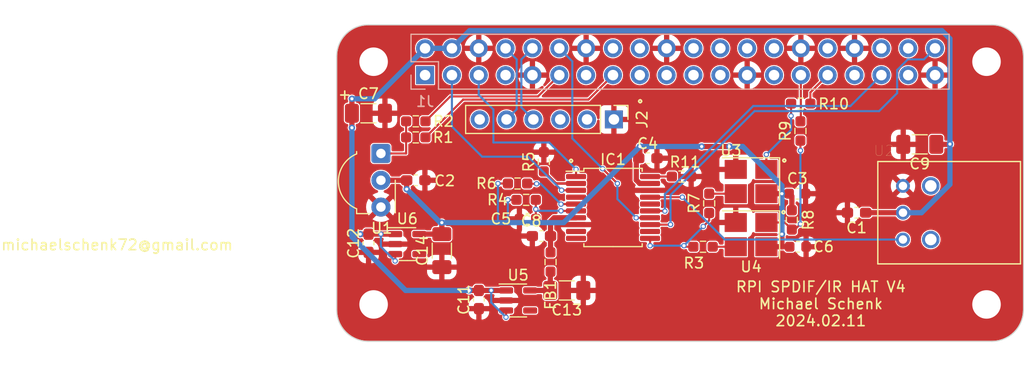
<source format=kicad_pcb>
(kicad_pcb (version 20221018) (generator pcbnew)
  (title_block (date "15 nov 2012"))
  (layers (0 "F.Cu" signal) (31 "B.Cu" signal) (34 "B.Paste" user) (35 "F.Paste" user) (36 "B.SilkS" user "B.Silkscreen") (37 "F.SilkS" user "F.Silkscreen") (38 "B.Mask" user) (39 "F.Mask" user) (44 "Edge.Cuts" user))
  (net 0 "")
  (net 1 "GND")
  (net 2 "/GPIO2{slash}SDA1")
  (net 3 "/GPIO3{slash}SCL1")
  (net 4 "/GPIO4{slash}GPCLK0")
  (net 5 "/GPIO14{slash}TXD0")
  (net 6 "/GPIO15{slash}RXD0")
  (net 7 "/GPIO17")
  (net 8 "/GPIO18{slash}PCM.CLK")
  (net 9 "/GPIO27")
  (net 10 "/GPIO22")
  (net 11 "/GPIO23")
  (net 12 "/GPIO26")
  (net 13 "/GPIO24")
  (net 14 "/GPIO10{slash}SPI0.MOSI")
  (net 15 "/GPIO9{slash}SPI0.MISO")
  (net 16 "/GPIO25")
  (net 17 "/GPIO11{slash}SPI0.SCLK")
  (net 18 "/GPIO8{slash}SPI0.CE0")
  (net 19 "/GPIO7{slash}SPI0.CE1")
  (net 20 "/ID_SDA")
  (net 21 "/ID_SCL")
  (net 22 "/GPIO5")
  (net 23 "/GPIO6")
  (net 24 "/GPIO12{slash}PWM0")
  (net 25 "/GPIO13{slash}PWM1")
  (net 26 "/GPIO19{slash}PCM.FS")
  (net 27 "/GPIO16")
  (net 28 "/GPIO20{slash}PCM.DIN")
  (net 29 "/GPIO21{slash}PCM.DOUT")
  (net 30 "+5V")
  (net 31 "+3V3")
  (net 32 "Net-(IC1-XIN)")
  (net 33 "unconnected-(IC1-XOP-Pad10)")
  (net 35 "Net-(IC1-GPO0{slash}SWIFMODE)")
  (net 36 "Net-(IC1-CSB{slash}GPO1)")
  (net 37 "Net-(IC1-RESETB)")
  (net 38 "Net-(IC1-TX0)")
  (net 42 "Net-(IC1-RX0)")
  (net 43 "Net-(U1-OUT)")
  (net 44 "Net-(IC1-PVDD)")
  (net 48 "Net-(U4-CLK)")
  (net 49 "Net-(U3-CLK)")
  (net 50 "Net-(U4-INH)")
  (net 51 "Net-(U3-INH)")
  (net 52 "+3.3VP")
  (net 53 "+3.3VA")
  (footprint "Capacitor_SMD:C_0603_1608Metric_Pad1.08x0.95mm_HandSolder" (layer "F.Cu") (at 149.2009 87.808 180)
    (fp_text reference "C1" (at 0 -1.43) (layer "F.SilkS"))
    (fp_text value "100nF/50V")
    (pad "1" smd roundrect (at -0.8625 0 180) (size 1.075 0.95) (layers "F.Cu" "F.Paste" "F.Mask") (net 30 "+5V"))
    (pad "2" smd roundrect (at 0.8625 0 180) (size 1.075 0.95) (layers "F.Cu" "F.Paste" "F.Mask") (net 1 "GND"))
  )
  (footprint "Capacitor_SMD:C_1206_3216Metric_Pad1.33x1.80mm_HandSolder" (layer "F.Cu") (at 109.9568 91.4025 90)
    (fp_text reference "C14" (at 0 -1.85 90) (layer "F.SilkS"))
    (fp_text value "10uF/25V")
    (pad "1" smd roundrect (at -1.5625 0 90) (size 1.325 1.8) (layers "F.Cu" "F.Paste" "F.Mask") (roundrect_rratio 0.188679) (net 1 "GND"))
    (pad "2" smd roundrect (at 1.5625 0 90) (size 1.325 1.8) (layers "F.Cu" "F.Paste" "F.Mask") (roundrect_rratio 0.188679) (net 31 "+3V3"))
  )
  (footprint "MountingHole:MountingHole_2.7mm_M2.5" (layer "F.Cu") (at 161.5 73.5)
    (fp_text reference "MH2" hide)
    (fp_text value "MountingHole_2.7mm_M2.5" hide)
    (pad "" np_thru_hole circle locked (at 0 0) (size 2.7 2.7) (drill 2.7) (layers "*.Cu" "*.Mask"))
  )
  (footprint "Capacitor_SMD:C_1206_3216Metric_Pad1.33x1.80mm_HandSolder" (layer "F.Cu") (at 103.0103 78.3846)
    (fp_text reference "C7" (at 0 -1.85) (layer "F.SilkS"))
    (fp_text value "47uF/6.3V")
    (pad "1" smd roundrect (at -1.5625 0) (size 1.325 1.8) (layers "F.Cu" "F.Paste" "F.Mask") (roundrect_rratio 0.188679) (net 30 "+5V"))
    (pad "2" smd roundrect (at 1.5625 0) (size 1.325 1.8) (layers "F.Cu" "F.Paste" "F.Mask") (roundrect_rratio 0.188679) (net 1 "GND"))
  )
  (footprint "Resistor_SMD:R_0603_1608Metric_Pad0.98x0.95mm_HandSolder" (layer "F.Cu") (at 107.4911 79.1466)
    (fp_text reference "R2" (at 2.6181 0) (layer "F.SilkS"))
    (fp_text value "0R")
    (pad "1" smd roundrect (at -0.9125 0) (size 0.975 0.95) (layers "F.Cu" "F.Paste" "F.Mask") (net 43 "Net-(U1-OUT)"))
    (pad "2" smd roundrect (at 0.9125 0) (size 0.975 0.95) (layers "F.Cu" "F.Paste" "F.Mask") (net 7 "/GPIO17"))
  )
  (footprint "Resistor_SMD:R_0603_1608Metric_Pad0.98x0.95mm_HandSolder" (layer "F.Cu") (at 117.1215 85.0394 180)
    (fp_text reference "R6" (at 2.9483 0) (layer "F.SilkS"))
    (fp_text value "10k")
    (pad "1" smd roundrect (at -0.9125 0 180) (size 0.975 0.95) (layers "F.Cu" "F.Paste" "F.Mask") (net 36 "Net-(IC1-CSB{slash}GPO1)"))
    (pad "2" smd roundrect (at 0.9125 0 180) (size 0.975 0.95) (layers "F.Cu" "F.Paste" "F.Mask") (net 31 "+3V3"))
  )
  (footprint "OptoDevice:Vishay_MOLD-3Pin" (layer "F.Cu") (at 104.191 82.1946 -90)
    (fp_text reference "U1" (at 7.0866 -0.0762 -180) (layer "F.SilkS"))
    (fp_text value "TSOP32538")
    (pad "1" thru_hole roundrect (at 0 0 270) (size 1.8 1.8) (drill 0.9) (layers "*.Cu" "*.Mask") (roundrect_rratio 0.138) (net 43 "Net-(U1-OUT)"))
    (pad "2" thru_hole circle (at 2.54 0 270) (size 1.8 1.8) (drill 0.9) (layers "*.Cu" "*.Mask") (net 31 "+3V3"))
    (pad "3" thru_hole circle (at 5.08 0 270) (size 1.8 1.8) (drill 0.9) (layers "*.Cu" "*.Mask") (net 1 "GND"))
  )
  (footprint "kicad-snk:PLR135-T10_PLT133-T10W" (layer "F.Cu") (at 156.224 87.808 -90)
    (fp_text reference "U2" (at -5.8674 4.4222) (layer "F.SilkS") (effects (font (size 1.001236 1.001236) (thickness 0.015))))
    (fp_text value "PLT237/T10WH")
    (pad "1" thru_hole circle (at 2.54 2.63 270) (size 1.308 1.308) (drill 0.8) (layers "*.Cu" "*.Mask") (net 38 "Net-(IC1-TX0)"))
    (pad "2" thru_hole circle (at 0 2.63 270) (size 1.308 1.308) (drill 0.8) (layers "*.Cu" "*.Mask") (net 30 "+5V"))
    (pad "3" thru_hole circle (at -2.54 2.63 270) (size 1.308 1.308) (drill 0.8) (layers "*.Cu" "*.Mask") (net 1 "GND"))
    (pad "NC1" thru_hole circle (at 2.54 0 270) (size 1.65 1.65) (drill 1.1) (layers "*.Cu" "*.Mask"))
    (pad "NC2" thru_hole circle (at -2.54 0 270) (size 1.65 1.65) (drill 1.1) (layers "*.Cu" "*.Mask"))
  )
  (footprint "Capacitor_SMD:C_0603_1608Metric_Pad1.08x0.95mm_HandSolder" (layer "F.Cu") (at 103.0226 90.7025 90)
    (fp_text reference "C12" (at 0 -1.43 90) (layer "F.SilkS"))
    (fp_text value "1uF/25V")
    (pad "1" smd roundrect (at -0.8625 0 90) (size 1.075 0.95) (layers "F.Cu" "F.Paste" "F.Mask") (net 1 "GND"))
    (pad "2" smd roundrect (at 0.8625 0 90) (size 1.075 0.95) (layers "F.Cu" "F.Paste" "F.Mask") (net 30 "+5V"))
  )
  (footprint "Resistor_SMD:R_0603_1608Metric_Pad0.98x0.95mm_HandSolder" (layer "F.Cu") (at 132.6371 84.379)
    (fp_text reference "R11" (at 0.3321 -1.3716) (layer "F.SilkS"))
    (fp_text value "10k")
    (pad "1" smd roundrect (at -0.9125 0) (size 0.975 0.95) (layers "F.Cu" "F.Paste" "F.Mask") (net 42 "Net-(IC1-RX0)"))
    (pad "2" smd roundrect (at 0.9125 0) (size 0.975 0.95) (layers "F.Cu" "F.Paste" "F.Mask") (net 1 "GND"))
  )
  (footprint "Resistor_SMD:R_0603_1608Metric_Pad0.98x0.95mm_HandSolder" (layer "F.Cu") (at 119.6088 82.9839 90)
    (fp_text reference "R5" (at 0 -1.43 90) (layer "F.SilkS"))
    (fp_text value "10k")
    (pad "1" smd roundrect (at -0.9125 0 90) (size 0.975 0.95) (layers "F.Cu" "F.Paste" "F.Mask") (net 35 "Net-(IC1-GPO0{slash}SWIFMODE)"))
    (pad "2" smd roundrect (at 0.9125 0 90) (size 0.975 0.95) (layers "F.Cu" "F.Paste" "F.Mask") (net 1 "GND"))
  )
  (footprint "Resistor_SMD:R_0603_1608Metric_Pad0.98x0.95mm_HandSolder" (layer "F.Cu") (at 143.8912 80.0629 90)
    (fp_text reference "R9" (at 0 -1.43 90) (layer "F.SilkS"))
    (fp_text value "0R")
    (pad "1" smd roundrect (at -0.9125 0 90) (size 0.975 0.95) (layers "F.Cu" "F.Paste" "F.Mask") (net 50 "Net-(U4-INH)"))
    (pad "2" smd roundrect (at 0.9125 0 90) (size 0.975 0.95) (layers "F.Cu" "F.Paste" "F.Mask") (net 22 "/GPIO5"))
  )
  (footprint "Connector_PinHeader_2.54mm:PinHeader_1x06_P2.54mm_Vertical" (layer "F.Cu") (at 126.2382 78.9688 -90)
    (fp_text reference "J2" (at 0 -2.667 90) (layer "F.SilkS"))
    (fp_text value "TTL-232R-3V3")
    (pad "1" thru_hole rect (at 0 0 270) (size 1.7 1.7) (drill 1) (layers "*.Cu" "*.Mask") (net 1 "GND"))
    (pad "2" thru_hole oval (at 0 2.54 270) (size 1.7 1.7) (drill 1) (layers "*.Cu" "*.Mask"))
    (pad "3" thru_hole oval (at 0 5.08 270) (size 1.7 1.7) (drill 1) (layers "*.Cu" "*.Mask"))
    (pad "4" thru_hole oval (at 0 7.62 270) (size 1.7 1.7) (drill 1) (layers "*.Cu" "*.Mask") (net 6 "/GPIO15{slash}RXD0"))
    (pad "5" thru_hole oval (at 0 10.16 270) (size 1.7 1.7) (drill 1) (layers "*.Cu" "*.Mask") (net 5 "/GPIO14{slash}TXD0"))
    (pad "6" thru_hole oval (at 0 12.7 270) (size 1.7 1.7) (drill 1) (layers "*.Cu" "*.Mask"))
  )
  (footprint "Resistor_SMD:R_0603_1608Metric_Pad0.98x0.95mm_HandSolder" (layer "F.Cu") (at 117.9343 86.5888 180)
    (fp_text reference "R4" (at 2.7197 0) (layer "F.SilkS"))
    (fp_text value "10k")
    (pad "1" smd roundrect (at -0.9125 0 180) (size 0.975 0.95) (layers "F.Cu" "F.Paste" "F.Mask") (net 37 "Net-(IC1-RESETB)"))
    (pad "2" smd roundrect (at 0.9125 0 180) (size 0.975 0.95) (layers "F.Cu" "F.Paste" "F.Mask") (net 31 "+3V3"))
  )
  (footprint "Resistor_SMD:R_0603_1608Metric_Pad0.98x0.95mm_HandSolder" (layer "F.Cu") (at 143.9185 77.4702)
    (fp_text reference "R10" (at 3.1223 0.0254) (layer "F.SilkS"))
    (fp_text value "0R")
    (pad "1" smd roundrect (at -0.9125 0) (size 0.975 0.95) (layers "F.Cu" "F.Paste" "F.Mask") (net 51 "Net-(U3-INH)"))
    (pad "2" smd roundrect (at 0.9125 0) (size 0.975 0.95) (layers "F.Cu" "F.Paste" "F.Mask") (net 23 "/GPIO6"))
  )
  (footprint "MountingHole:MountingHole_2.7mm_M2.5" (layer "F.Cu") (at 103.5 96.5)
    (fp_text reference "MH3" hide)
    (fp_text value "MountingHole_2.7mm_M2.5" hide)
    (pad "" np_thru_hole circle locked (at 0 0) (size 2.7 2.7) (drill 2.7) (layers "*.Cu" "*.Mask"))
  )
  (footprint "Capacitor_SMD:C_0603_1608Metric_Pad1.08x0.95mm_HandSolder" (layer "F.Cu") (at 113.462 96.0365 90)
    (fp_text reference "C11" (at 0 -1.43 90) (layer "F.SilkS"))
    (fp_text value "1uF/25V")
    (pad "1" smd roundrect (at -0.8625 0 90) (size 1.075 0.95) (layers "F.Cu" "F.Paste" "F.Mask") (net 1 "GND"))
    (pad "2" smd roundrect (at 0.8625 0 90) (size 1.075 0.95) (layers "F.Cu" "F.Paste" "F.Mask") (net 30 "+5V"))
  )
  (footprint "MountingHole:MountingHole_2.7mm_M2.5" (layer "F.Cu") (at 103.5 73.5)
    (fp_text reference "MH1" hide)
    (fp_text value "MountingHole_2.7mm_M2.5" hide)
    (pad "" np_thru_hole circle locked (at 0 0) (size 2.7 2.7) (drill 2.7) (layers "*.Cu" "*.Mask"))
  )
  (footprint "Capacitor_SMD:C_0603_1608Metric" (layer "F.Cu") (at 143.6502 91.0338)
    (fp_text reference "C6" (at 2.4254 0) (layer "F.SilkS"))
    (fp_text value "100nF/50V")
    (pad "1" smd roundrect (at -0.775 0) (size 0.9 0.95) (layers "F.Cu" "F.Paste" "F.Mask") (net 31 "+3V3"))
    (pad "2" smd roundrect (at 0.775 0) (size 0.9 0.95) (layers "F.Cu" "F.Paste" "F.Mask") (net 1 "GND"))
  )
  (footprint "Capacitor_SMD:C_0603_1608Metric_Pad1.08x0.95mm_HandSolder" (layer "F.Cu") (at 129.4516 82.644045 180)
    (fp_text reference "C4" (at 0.013 1.389245 180) (layer "F.SilkS"))
    (fp_text value "100nF/50V")
    (pad "1" smd roundrect (at -0.8625 0 180) (size 1.075 0.95) (layers "F.Cu" "F.Paste" "F.Mask") (net 1 "GND"))
    (pad "2" smd roundrect (at 0.8625 0 180) (size 1.075 0.95) (layers "F.Cu" "F.Paste" "F.Mask") (net 31 "+3V3"))
  )
  (footprint "Resistor_SMD:R_0603_1608Metric_Pad0.98x0.95mm_HandSolder" (layer "F.Cu") (at 135.2552 86.9209 90)
    (fp_text reference "R7" (at 0 -1.43 90) (layer "F.SilkS"))
    (fp_text value "33R")
    (pad "1" smd roundrect (at -0.9125 0 90) (size 0.975 0.95) (layers "F.Cu" "F.Paste" "F.Mask") (net 32 "Net-(IC1-XIN)"))
    (pad "2" smd roundrect (at 0.9125 0 90) (size 0.975 0.95) (layers "F.Cu" "F.Paste" "F.Mask") (net 49 "Net-(U3-CLK)"))
  )
  (footprint "Package_SO:SSOP-20_5.3x7.2mm_P0.65mm" (layer "F.Cu") (at 126.1568 87.312445)
    (fp_text reference "IC1" (at 0 -4.55) (layer "F.SilkS"))
    (fp_text value "WM8804GEDS_V")
    (pad "1" smd roundrect (at -3.5 -2.925) (size 1.9 0.5) (layers "F.Cu" "F.Paste" "F.Mask") (net 3 "/GPIO3{slash}SCL1"))
    (pad "2" smd roundrect (at -3.5 -2.275) (size 1.9 0.5) (layers "F.Cu" "F.Paste" "F.Mask") (net 35 "Net-(IC1-GPO0{slash}SWIFMODE)"))
    (pad "3" smd roundrect (at -3.5 -1.625) (size 1.9 0.5) (layers "F.Cu" "F.Paste" "F.Mask") (net 2 "/GPIO2{slash}SDA1"))
    (pad "4" smd roundrect (at -3.5 -0.975) (size 1.9 0.5) (layers "F.Cu" "F.Paste" "F.Mask"))
    (pad "5" smd roundrect (at -3.5 -0.325) (size 1.9 0.5) (layers "F.Cu" "F.Paste" "F.Mask") (net 36 "Net-(IC1-CSB{slash}GPO1)"))
    (pad "6" smd roundrect (at -3.5 0.325) (size 1.9 0.5) (layers "F.Cu" "F.Paste" "F.Mask") (net 37 "Net-(IC1-RESETB)"))
    (pad "7" smd roundrect (at -3.5 0.975) (size 1.9 0.5) (layers "F.Cu" "F.Paste" "F.Mask") (net 44 "Net-(IC1-PVDD)"))
    (pad "8" smd roundrect (at -3.5 1.625) (size 1.9 0.5) (layers "F.Cu" "F.Paste" "F.Mask") (net 1 "GND"))
    (pad "9" smd roundrect (at -3.5 2.275) (size 1.9 0.5) (layers "F.Cu" "F.Paste" "F.Mask"))
    (pad "10" smd roundrect (at -3.5 2.925) (size 1.9 0.5) (layers "F.Cu" "F.Paste" "F.Mask") (net 33 "unconnected-(IC1-XOP-Pad10)"))
    (pad "11" smd roundrect (at 3.5 2.925) (size 1.9 0.5) (layers "F.Cu" "F.Paste" "F.Mask") (net 32 "Net-(IC1-XIN)"))
    (pad "12" smd roundrect (at 3.5 2.275) (size 1.9 0.5) (layers "F.Cu" "F.Paste" "F.Mask"))
    (pad "13" smd roundrect (at 3.5 1.625) (size 1.9 0.5) (layers "F.Cu" "F.Paste" "F.Mask") (net 29 "/GPIO21{slash}PCM.DOUT"))
    (pad "14" smd roundrect (at 3.5 0.975) (size 1.9 0.5) (layers "F.Cu" "F.Paste" "F.Mask") (net 8 "/GPIO18{slash}PCM.CLK"))
    (pad "15" smd roundrect (at 3.5 0.325) (size 1.9 0.5) (layers "F.Cu" "F.Paste" "F.Mask") (net 26 "/GPIO19{slash}PCM.FS"))
    (pad "16" smd roundrect (at 3.5 -0.325) (size 1.9 0.5) (layers "F.Cu" "F.Paste" "F.Mask"))
    (pad "17" smd roundrect (at 3.5 -0.975) (size 1.9 0.5) (layers "F.Cu" "F.Paste" "F.Mask") (net 38 "Net-(IC1-TX0)"))
    (pad "18" smd roundrect (at 3.5 -1.625) (size 1.9 0.5) (layers "F.Cu" "F.Paste" "F.Mask") (net 1 "GND"))
    (pad "19" smd roundrect (at 3.5 -2.275) (size 1.9 0.5) (layers "F.Cu" "F.Paste" "F.Mask") (net 31 "+3V3"))
    (pad "20" smd roundrect (at 3.5 -2.925) (size 1.9 0.5) (layers "F.Cu" "F.Paste" "F.Mask") (net 42 "Net-(IC1-RX0)"))
  )
  (footprint "Capacitor_SMD:C_0603_1608Metric_Pad1.08x0.95mm_HandSolder" (layer "F.Cu") (at 119.3813 90.0178)
    (fp_text reference "C8" (at -0.9641 -1.4224) (layer "F.SilkS"))
    (fp_text value "1uF/25V")
    (pad "1" smd roundrect (at -0.8625 0) (size 1.075 0.95) (layers "F.Cu" "F.Paste" "F.Mask") (net 1 "GND"))
    (pad "2" smd roundrect (at 0.8625 0) (size 1.075 0.95) (layers "F.Cu" "F.Paste" "F.Mask") (net 44 "Net-(IC1-PVDD)"))
  )
  (footprint "Capacitor_SMD:C_0603_1608Metric" (layer "F.Cu") (at 143.5988 86.0046)
    (fp_text reference "C3" (at 0 -1.43) (layer "F.SilkS"))
    (fp_text value "100nF/50V")
    (pad "1" smd roundrect (at -0.775 0) (size 0.9 0.95) (layers "F.Cu" "F.Paste" "F.Mask") (net 31 "+3V3"))
    (pad "2" smd roundrect (at 0.775 0) (size 0.9 0.95) (layers "F.Cu" "F.Paste" "F.Mask") (net 1 "GND"))
  )
  (footprint "Package_TO_SOT_SMD:SOT-23-5" (layer "F.Cu") (at 117.1759 96.1232)
    (fp_text reference "U5" (at 0 -2.4) (layer "F.SilkS"))
    (fp_text value "TPS7A2033PDBVR")
    (pad "1" smd roundrect (at -1.1375 -0.95) (size 1.325 0.6) (layers "F.Cu" "F.Paste" "F.Mask") (net 30 "+5V"))
    (pad "2" smd roundrect (at -1.1375 0) (size 1.325 0.6) (layers "F.Cu" "F.Paste" "F.Mask") (net 1 "GND"))
    (pad "3" smd roundrect (at -1.1375 0.95) (size 1.325 0.6) (layers "F.Cu" "F.Paste" "F.Mask") (net 30 "+5V"))
    (pad "4" smd roundrect (at 1.1375 0.95) (size 1.325 0.6) (layers "F.Cu" "F.Paste" "F.Mask"))
    (pad "5" smd roundrect (at 1.1375 -0.95) (size 1.325 0.6) (layers "F.Cu" "F.Paste" "F.Mask") (net 53 "+3.3VA"))
  )
  (footprint "Package_TO_SOT_SMD:SOT-23-5" (layer "F.Cu") (at 106.6847 90.7836)
    (fp_text reference "U6" (at 0 -2.4) (layer "F.SilkS"))
    (fp_text value "TPS7A2033PDBVR")
    (pad "1" smd roundrect (at -1.1375 -0.95) (size 1.325 0.6) (layers "F.Cu" "F.Paste" "F.Mask") (net 30 "+5V"))
    (pad "2" smd roundrect (at -1.1375 0) (size 1.325 0.6) (layers "F.Cu" "F.Paste" "F.Mask") (net 1 "GND"))
    (pad "3" smd roundrect (at -1.1375 0.95) (size 1.325 0.6) (layers "F.Cu" "F.Paste" "F.Mask") (net 30 "+5V"))
    (pad "4" smd roundrect (at 1.1375 0.95) (size 1.325 0.6) (layers "F.Cu" "F.Paste" "F.Mask"))
    (pad "5" smd roundrect (at 1.1375 -0.95) (size 1.325 0.6) (layers "F.Cu" "F.Paste" "F.Mask") (net 31 "+3V3"))
  )
  (footprint "Capacitor_SMD:C_0603_1608Metric_Pad1.08x0.95mm_HandSolder" (layer "F.Cu") (at 107.4919 84.7346 180)
    (fp_text reference "C2" (at -2.7443 -0.0508) (layer "F.SilkS"))
    (fp_text value "100nF/50V")
    (pad "1" smd roundrect (at -0.8625 0 180) (size 1.075 0.95) (layers "F.Cu" "F.Paste" "F.Mask") (net 1 "GND"))
    (pad "2" smd roundrect (at 0.8625 0 180) (size 1.075 0.95) (layers "F.Cu" "F.Paste" "F.Mask") (net 31 "+3V3"))
  )
  (footprint "MountingHole:MountingHole_2.7mm_M2.5" (layer "F.Cu") (at 161.5 96.5)
    (fp_text reference "MH4" hide)
    (fp_text value "MountingHole_2.7mm_M2.5" hide)
    (pad "" np_thru_hole circle locked (at 0 0) (size 2.7 2.7) (drill 2.7) (layers "*.Cu" "*.Mask"))
  )
  (footprint "Capacitor_SMD:C_0603_1608Metric" (layer "F.Cu") (at 118.0724 88.3922 180)
    (fp_text reference "C5" (at 2.5276 0) (layer "F.SilkS"))
    (fp_text value "100nF/50V")
    (pad "1" smd roundrect (at -0.775 0 180) (size 0.9 0.95) (layers "F.Cu" "F.Paste" "F.Mask") (net 37 "Net-(IC1-RESETB)"))
    (pad "2" smd roundrect (at 0.775 0 180) (size 0.9 0.95) (layers "F.Cu" "F.Paste" "F.Mask") (net 1 "GND"))
  )
  (footprint "Resistor_SMD:R_0603_1608Metric_Pad0.98x0.95mm_HandSolder" (layer "F.Cu") (at 134.6729 91.0338)
    (fp_text reference "R3" (at -0.8655 1.5494) (layer "F.SilkS"))
    (fp_text value "33R")
    (pad "1" smd roundrect (at -0.9125 0) (size 0.975 0.95) (layers "F.Cu" "F.Paste" "F.Mask") (net 32 "Net-(IC1-XIN)"))
    (pad "2" smd roundrect (at 0.9125 0) (size 0.975 0.95) (layers "F.Cu" "F.Paste" "F.Mask") (net 48 "Net-(U4-CLK)"))
  )
  (footprint "Capacitor_SMD:C_1206_3216Metric_Pad1.33x1.80mm_HandSolder" (layer "F.Cu") (at 155.1811 81.331 180)
    (fp_text reference "C9" (at 0 -1.85) (layer "F.SilkS"))
    (fp_text value "47uF/6.3V")
    (pad "1" smd roundrect (at -1.5625 0 180) (size 1.325 1.8) (layers "F.Cu" "F.Paste" "F.Mask") (roundrect_rratio 0.188679) (net 30 "+5V"))
    (pad "2" smd roundrect (at 1.5625 0 180) (size 1.325 1.8) (layers "F.Cu" "F.Paste" "F.Mask") (roundrect_rratio 0.188679) (net 1 "GND"))
  )
  (footprint "Crystal:Crystal_SMD_3225-4Pin_3.2x2.5mm_HandSoldering" (layer "F.Cu") (at 139.2198 89.8838 180)
    (fp_text reference "U4" (at 0 -3.05) (layer "F.SilkS"))
    (fp_text value "KC3225Z22.5792C15XXK")
    (pad "1" smd rect (at -1.45 1.15 180) (size 2.1 1.8) (layers "F.Cu" "F.Paste" "F.Mask") (net 50 "Net-(U4-INH)"))
    (pad "2" smd rect (at 1.45 1.15 180) (size 2.1 1.8) (layers "F.Cu" "F.Paste" "F.Mask") (net 1 "GND"))
    (pad "3" smd rect (at 1.45 -1.15 180) (size 2.1 1.8) (layers "F.Cu" "F.Paste" "F.Mask") (net 48 "Net-(U4-CLK)"))
    (pad "4" smd rect (at -1.45 -1.15 180) (size 2.1 1.8) (layers "F.Cu" "F.Paste" "F.Mask") (net 31 "+3V3"))
  )
  (footprint "Resistor_SMD:R_0603_1608Metric_Pad0.98x0.95mm_HandSolder" (layer "F.Cu") (at 107.4911 80.6706)
    (fp_text reference "R1" (at 2.5927 0) (layer "F.SilkS"))
    (fp_text value "0R")
    (pad "1" smd roundrect (at -0.9125 0) (size 0.975 0.95) (layers "F.Cu" "F.Paste" "F.Mask") (net 43 "Net-(U1-OUT)"))
    (pad "2" smd roundrect (at 0.9125 0) (size 0.975 0.95) (layers "F.Cu" "F.Paste" "F.Mask") (net 10 "/GPIO22"))
  )
  (footprint "Capacitor_SMD:C_1206_3216Metric_Pad1.33x1.80mm_HandSolder" (layer "F.Cu") (at 121.7809 95.174 180)
    (fp_text reference "C13" (at 0 -1.85) (layer "F.SilkS"))
    (fp_text value "10uF/25V")
    (pad "1" smd roundrect (at -1.5625 0 180) (size 1.325 1.8) (layers "F.Cu" "F.Paste" "F.Mask") (roundrect_rratio 0.188679) (net 1 "GND"))
    (pad "2" smd roundrect (at 1.5625 0 180) (size 1.325 1.8) (layers "F.Cu" "F.Paste" "F.Mask") (roundrect_rratio 0.188679) (net 53 "+3.3VA"))
  )
  (footprint "Crystal:Crystal_SMD_3225-4Pin_3.2x2.5mm_HandSoldering" (layer "F.Cu") (at 139.2198 84.8546 180)
    (fp_text reference "U3" (at 1.9072 2.9394) (layer "F.SilkS"))
    (fp_text value "KC3225Z24.5760C1KX00")
    (pad "1" smd rect (at -1.45 1.15 180) (size 2.1 1.8) (layers "F.Cu" "F.Paste" "F.Mask") (net 51 "Net-(U3-INH)"))
    (pad "2" smd rect (at 1.45 1.15 180) (size 2.1 1.8) (layers "F.Cu" "F.Paste" "F.Mask") (net 1 "GND"))
    (pad "3" smd rect (at 1.45 -1.15 180) (size 2.1 1.8) (layers "F.Cu" "F.Paste" "F.Mask") (net 49 "Net-(U3-CLK)"))
    (pad "4" smd rect (at -1.45 -1.15 180) (size 2.1 1.8) (layers "F.Cu" "F.Paste" "F.Mask") (net 31 "+3V3"))
  )
  (footprint "Resistor_SMD:R_0603_1608Metric_Pad0.98x0.95mm_HandSolder" (layer "F.Cu") (at 143.0784 88.4919 90)
    (fp_text reference "R8" (at -0.0019 1.5494 90) (layer "F.SilkS"))
    (fp_text value "10k")
    (pad "1" smd roundrect (at -0.9125 0 90) (size 0.975 0.95) (layers "F.Cu" "F.Paste" "F.Mask") (net 50 "Net-(U4-INH)"))
    (pad "2" smd roundrect (at 0.9125 0 90) (size 0.975 0.95) (layers "F.Cu" "F.Paste" "F.Mask") (net 31 "+3V3"))
  )
  (footprint "Resistor_SMD:R_0603_1608Metric_Pad0.98x0.95mm_HandSolder" (layer "F.Cu") (at 120.2438 92.4797 -90)
    (fp_text reference "FB1" (at 3.1261 0 -270) (layer "F.SilkS"))
    (fp_text value "1k@100MHz")
    (pad "1" smd roundrect (at -0.9125 0 270) (size 0.975 0.95) (layers "F.Cu" "F.Paste" "F.Mask") (net 44 "Net-(IC1-PVDD)"))
    (pad "2" smd roundrect (at 0.9125 0 270) (size 0.975 0.95) (layers "F.Cu" "F.Paste" "F.Mask") (net 53 "+3.3VA"))
  )
  (footprint "Connector_PinSocket_2.54mm:PinSocket_2x20_P2.54mm_Vertical" (layer "B.Cu") (at 108.37 74.77 -90)
    (fp_text reference "J1" (at 2.5 0) (layer "B.SilkS") (effects (justify mirror)))
    (fp_text value "GPIO")
    (pad "1" thru_hole rect (at 0 0 270) (size 1.7 1.7) (drill 1) (layers "*.Cu" "*.Mask") (net 52 "+3.3VP"))
    (pad "2" thru_hole oval (at -2.54 0 270) (size 1.7 1.7) (drill 1) (layers "*.Cu" "*.Mask") (net 30 "+5V"))
    (pad "3" thru_hole oval (at 0 -2.54 270) (size 1.7 1.7) (drill 1) (layers "*.Cu" "*.Mask") (net 2 "/GPIO2{slash}SDA1"))
    (pad "4" thru_hole oval (at -2.54 -2.54 270) (size 1.7 1.7) (drill 1) (layers "*.Cu" "*.Mask") (net 30 "+5V"))
    (pad "5" thru_hole oval (at 0 -5.08 270) (size 1.7 1.7) (drill 1) (layers "*.Cu" "*.Mask") (net 3 "/GPIO3{slash}SCL1"))
    (pad "6" thru_hole oval (at -2.54 -5.08 270) (size 1.7 1.7) (drill 1) (layers "*.Cu" "*.Mask") (net 1 "GND"))
    (pad "7" thru_hole oval (at 0 -7.62 270) (size 1.7 1.7) (drill 1) (layers "*.Cu" "*.Mask") (net 4 "/GPIO4{slash}GPCLK0"))
    (pad "8" thru_hole oval (at -2.54 -7.62 270) (size 1.7 1.7) (drill 1) (layers "*.Cu" "*.Mask") (net 5 "/GPIO14{slash}TXD0"))
    (pad "9" thru_hole oval (at 0 -10.16 270) (size 1.7 1.7) (drill 1) (layers "*.Cu" "*.Mask") (net 1 "GND"))
    (pad "10" thru_hole oval (at -2.54 -10.16 270) (size 1.7 1.7) (drill 1) (layers "*.Cu" "*.Mask") (net 6 "/GPIO15{slash}RXD0"))
    (pad "11" thru_hole oval (at 0 -12.7 270) (size 1.7 1.7) (drill 1) (layers "*.Cu" "*.Mask") (net 7 "/GPIO17"))
    (pad "12" thru_hole oval (at -2.54 -12.7 270) (size 1.7 1.7) (drill 1) (layers "*.Cu" "*.Mask") (net 8 "/GPIO18{slash}PCM.CLK"))
    (pad "13" thru_hole oval (at 0 -15.24 270) (size 1.7 1.7) (drill 1) (layers "*.Cu" "*.Mask") (net 9 "/GPIO27"))
    (pad "14" thru_hole oval (at -2.54 -15.24 270) (size 1.7 1.7) (drill 1) (layers "*.Cu" "*.Mask") (net 1 "GND"))
    (pad "15" thru_hole oval (at 0 -17.78 270) (size 1.7 1.7) (drill 1) (layers "*.Cu" "*.Mask") (net 10 "/GPIO22"))
    (pad "16" thru_hole oval (at -2.54 -17.78 270) (size 1.7 1.7) (drill 1) (layers "*.Cu" "*.Mask") (net 11 "/GPIO23"))
    (pad "17" thru_hole oval (at 0 -20.32 270) (size 1.7 1.7) (drill 1) (layers "*.Cu" "*.Mask") (net 52 "+3.3VP"))
    (pad "18" thru_hole oval (at -2.54 -20.32 270) (size 1.7 1.7) (drill 1) (layers "*.Cu" "*.Mask") (net 13 "/GPIO24"))
    (pad "19" thru_hole oval (at 0 -22.86 270) (size 1.7 1.7) (drill 1) (layers "*.Cu" "*.Mask") (net 14 "/GPIO10{slash}SPI0.MOSI"))
    (pad "20" thru_hole oval (at -2.54 -22.86 270) (size 1.7 1.7) (drill 1) (layers "*.Cu" "*.Mask") (net 1 "GND"))
    (pad "21" thru_hole oval (at 0 -25.4 270) (size 1.7 1.7) (drill 1) (layers "*.Cu" "*.Mask") (net 15 "/GPIO9{slash}SPI0.MISO"))
    (pad "22" thru_hole oval (at -2.54 -25.4 270) (size 1.7 1.7) (drill 1) (layers "*.Cu" "*.Mask") (net 16 "/GPIO25"))
    (pad "23" thru_hole oval (at 0 -27.94 270) (size 1.7 1.7) (drill 1) (layers "*.Cu" "*.Mask") (net 17 "/GPIO11{slash}SPI0.SCLK"))
    (pad "24" thru_hole oval (at -2.54 -27.94 270) (size 1.7 1.7) (drill 1) (layers "*.Cu" "*.Mask") (net 18 "/GPIO8{slash}SPI0.CE0"))
    (pad "25" thru_hole oval (at 0 -30.48 270) (size 1.7 1.7) (drill 1) (layers "*.Cu" "*.Mask") (net 1 "GND"))
    (pad "26" thru_hole oval (at -2.54 -30.48 270) (size 1.7 1.7) (drill 1) (layers "*.Cu" "*.Mask") (net 19 "/GPIO7{slash}SPI0.CE1"))
    (pad "27" thru_hole oval (at 0 -33.02 270) (size 1.7 1.7) (drill 1) (layers "*.Cu" "*.Mask") (net 20 "/ID_SDA"))
    (pad "28" thru_hole oval (at -2.54 -33.02 270) (size 1.7 1.7) (drill 1) (layers "*.Cu" "*.Mask") (net 21 "/ID_SCL"))
    (pad "29" thru_hole oval (at 0 -35.56 270) (size 1.7 1.7) (drill 1) (layers "*.Cu" "*.Mask") (net 22 "/GPIO5"))
    (pad "30" thru_hole oval (at -2.54 -35.56 270) (size 1.7 1.7) (drill 1) (layers "*.Cu" "*.Mask") (net 1 "GND"))
    (pad "31" thru_hole oval (at 0 -38.1 270) (size 1.7 1.7) (drill 1) (layers "*.Cu" "*.Mask") (net 23 "/GPIO6"))
    (pad "32" thru_hole oval (at -2.54 -38.1 270) (size 1.7 1.7) (drill 1) (layers "*.Cu" "*.Mask") (net 24 "/GPIO12{slash}PWM0"))
    (pad "33" thru_hole oval (at 0 -40.64 270) (size 1.7 1.7) (drill 1) (layers "*.Cu" "*.Mask") (net 25 "/GPIO13{slash}PWM1"))
    (pad "34" thru_hole oval (at -2.54 -40.64 270) (size 1.7 1.7) (drill 1) (layers "*.Cu" "*.Mask") (net 1 "GND"))
    (pad "35" thru_hole oval (at 0 -43.18 270) (size 1.7 1.7) (drill 1) (layers "*.Cu" "*.Mask") (net 26 "/GPIO19{slash}PCM.FS"))
    (pad "36" thru_hole oval (at -2.54 -43.18 270) (size 1.7 1.7) (drill 1) (layers "*.Cu" "*.Mask") (net 27 "/GPIO16"))
    (pad "37" thru_hole oval (at 0 -45.72 270) (size 1.7 1.7) (drill 1) (layers "*.Cu" "*.Mask") (net 12 "/GPIO26"))
    (pad "38" thru_hole oval (at -2.54 -45.72 270) (size 1.7 1.7) (drill 1) (layers "*.Cu" "*.Mask") (net 28 "/GPIO20{slash}PCM.DIN"))
    (pad "39" thru_hole oval (at 0 -48.26 270) (size 1.7 1.7) (drill 1) (layers "*.Cu" "*.Mask") (net 1 "GND"))
    (pad "40" thru_hole oval (at -2.54 -48.26 270) (size 1.7 1.7) (drill 1) (layers "*.Cu" "*.Mask") (net 29 "/GPIO21{slash}PCM.DOUT"))
  )
  (gr_arc (start 162 70) (mid 164.12132 70.87868) (end 165 73) (stroke (width 0.1)) (layer "Edge.Cuts"))
  (gr_line (start 165 97) (end 165 73) (stroke (width 0.1)) (layer "Edge.Cuts"))
  (gr_line (start 100 73) (end 100 97) (stroke (width 0.1)) (layer "Edge.Cuts"))
  (gr_arc (start 103 100) (mid 100.87868 99.12132) (end 100 97) (stroke (width 0.1)) (layer "Edge.Cuts"))
  (gr_line (start 103 100) (end 162 100) (stroke (width 0.1)) (layer "Edge.Cuts"))
  (gr_arc (start 165 97) (mid 164.12132 99.12132) (end 162 100) (stroke (width 0.1)) (layer "Edge.Cuts"))
  (gr_arc (start 100 73) (mid 100.87868 70.87868) (end 103 70) (stroke (width 0.1)) (layer "Edge.Cuts"))
  (gr_line (start 162 70) (end 103 70) (stroke (width 0.1)) (layer "Edge.Cuts"))
  (gr_text "°" (at 128.2448 78.2322) (layer "F.SilkS") (effects (font (size 1 1)) (justify left bottom)))
  (gr_text "°" (at 141.8846 83.8456) (layer "F.SilkS") (effects (font (size 1 1)) (justify left bottom)))
  (gr_text "+" (at 100.0508 77.1654) (layer "F.SilkS") (effects (font (size 1 1)) (justify left bottom)))
  (gr_text "°" (at 141.8084 88.7478) (layer "F.SilkS") (effects (font (size 1 1)) (justify left bottom)))
  (gr_text "°" (at 121.7068 83.877445) (layer "F.SilkS") (effects (font (size 1 1)) (justify left bottom)))
  (gr_text "michaelschenk72@gmail.com" (at 79.2228 90.856) (layer "F.SilkS") (effects (font (size 1 1))))
  (gr_text "RPI SPDIF/IR HAT V4\nMichael Schenk\n2024.02.11" (at 145.8216 96.444) (layer "F.SilkS") (effects (font (size 1 1))))
  (segment (start 122.6568 85.687445) (end 121.298245 85.687445) (width 0.2) (layer "F.Cu") (net 2))
  (segment (start 121.298245 85.687445) (end 121.2852 85.6744) (width 0.2) (layer "F.Cu") (net 2))
  (via (at 121.2852 85.6744) (size 0.5) (drill 0.3) (layers "F.Cu" "B.Cu") (net 2))
  (segment (start 113.7668 82.4994) (end 118.1102 82.4994) (width 0.2) (layer "B.Cu") (net 2))
  (segment (start 118.1102 82.4994) (end 121.2852 85.6744) (width 0.2) (layer "B.Cu") (net 2))
  (segment (start 110.91 79.6426) (end 113.7668 82.4994) (width 0.2) (layer "B.Cu") (net 2))
  (segment (start 110.91 74.77) (end 110.91 79.6426) (width 0.2) (layer "B.Cu") (net 2))
  (segment (start 122.6568 84.387445) (end 122.6568 83.6932) (width 0.2) (layer "F.Cu") (net 3))
  (via (at 122.6568 83.6932) (size 0.5) (drill 0.3) (layers "F.Cu" "B.Cu") (net 3))
  (segment (start 113.45 76.6454) (end 114.8336 78.029) (width 0.2) (layer "B.Cu") (net 3))
  (segment (start 120.1168 81.1532) (end 122.6568 83.6932) (width 0.2) (layer "B.Cu") (net 3))
  (segment (start 113.45 74.77) (end 113.45 76.6454) (width 0.2) (layer "B.Cu") (net 3))
  (segment (start 114.8336 81.1532) (end 120.1168 81.1532) (width 0.2) (layer "B.Cu") (net 3))
  (segment (start 114.8336 78.029) (end 114.8336 81.1532) (width 0.2) (layer "B.Cu") (net 3))
  (segment (start 115.99 72.23) (end 117.04 73.28) (width 0.2) (layer "B.Cu") (net 5))
  (segment (start 117.04 73.28) (end 117.04 78.007) (width 0.2) (layer "B.Cu") (net 5))
  (segment (start 117.04 78.007) (end 116.0782 78.9688) (width 0.2) (layer "B.Cu") (net 5))
  (segment (start 117.48 77.8306) (end 118.6182 78.9688) (width 0.2) (layer "B.Cu") (net 6))
  (segment (start 118.53 72.23) (end 117.48 73.28) (width 0.2) (layer "B.Cu") (net 6))
  (segment (start 117.48 73.28) (end 117.48 77.8306) (width 0.2) (layer "B.Cu") (net 6))
  (segment (start 119.0508 76.7892) (end 110.761 76.7892) (width 0.2) (layer "F.Cu") (net 7))
  (segment (start 121.07 74.77) (end 119.0508 76.7892) (width 0.2) (layer "F.Cu") (net 7))
  (segment (start 110.761 76.7892) (end 108.4036 79.1466) (width 0.2) (layer "F.Cu") (net 7))
  (segment (start 129.653645 88.2906) (end 129.6568 88.287445) (width 0.2) (layer "F.Cu") (net 8))
  (segment (start 128.3464 88.2906) (end 129.653645 88.2906) (width 0.2) (layer "F.Cu") (net 8))
  (segment (start 125.1714 83.6424) (end 126.5684 85.0394) (width 0.2) (layer "F.Cu") (net 8))
  (via (at 125.1714 83.6424) (size 0.5) (drill 0.3) (layers "F.Cu" "B.Cu") (net 8))
  (via (at 126.5684 85.0394) (size 0.5) (drill 0.3) (layers "F.Cu" "B.Cu") (net 8))
  (via (at 128.3464 88.2906) (size 0.5) (drill 0.3) (layers "F.Cu" "B.Cu") (net 8))
  (segment (start 122.3012 80.7722) (end 125.1714 83.6424) (width 0.2) (layer "B.Cu") (net 8))
  (segment (start 122.3012 73.4612) (end 122.3012 80.7722) (width 0.2) (layer "B.Cu") (net 8))
  (segment (start 126.5684 85.0394) (end 126.5684 86.5126) (width 0.2) (layer "B.Cu") (net 8))
  (segment (start 121.07 72.23) (end 122.3012 73.4612) (width 0.2) (layer "B.Cu") (net 8))
  (segment (start 126.5684 86.5126) (end 128.3464 88.2906) (width 0.2) (layer "B.Cu") (net 8))
  (segment (start 111.9634 77.0892) (end 111.9634 77.1108) (width 0.2) (layer "F.Cu") (net 10))
  (segment (start 111.9634 77.1108) (end 108.4036 80.6706) (width 0.2) (layer "F.Cu") (net 10))
  (segment (start 126.15 74.77) (end 123.8308 77.0892) (width 0.2) (layer "F.Cu") (net 10))
  (segment (start 123.8308 77.0892) (end 111.9634 77.0892) (width 0.2) (layer "F.Cu") (net 10))
  (segment (start 143.93 74.77) (end 143.93 79.1116) (width 0.2) (layer "F.Cu") (net 22))
  (segment (start 143.93 79.1116) (end 143.8912 79.1504) (width 0.2) (layer "F.Cu") (net 22))
  (segment (start 144.831 76.409) (end 146.47 74.77) (width 0.2) (layer "F.Cu") (net 23))
  (segment (start 144.831 77.4702) (end 144.831 76.409) (width 0.2) (layer "F.Cu") (net 23))
  (segment (start 129.6568 87.637445) (end 131.046045 87.637445) (width 0.2) (layer "F.Cu") (net 26))
  (segment (start 131.046045 87.637445) (end 131.0642 87.6556) (width 0.2) (layer "F.Cu") (net 26))
  (via (at 131.0642 87.6556) (size 0.5) (drill 0.3) (layers "F.Cu" "B.Cu") (net 26))
  (segment (start 139.4208 77.6988) (end 148.6212 77.6988) (width 0.2) (layer "B.Cu") (net 26))
  (segment (start 131.0642 87.6556) (end 131.0642 86.0554) (width 0.2) (layer "B.Cu") (net 26))
  (segment (start 148.6212 77.6988) (end 151.55 74.77) (width 0.2) (layer "B.Cu") (net 26))
  (segment (start 131.0642 86.0554) (end 139.4208 77.6988) (width 0.2) (layer "B.Cu") (net 26))
  (segment (start 129.6568 88.937445) (end 131.585755 88.937445) (width 0.2) (layer "F.Cu") (net 29))
  (segment (start 131.585755 88.937445) (end 131.5976 88.9256) (width 0.2) (layer "F.Cu") (net 29))
  (via (at 131.5976 88.9256) (size 0.5) (drill 0.3) (layers "F.Cu" "B.Cu") (net 29))
  (segment (start 153.04 74.2912) (end 154.0512 73.28) (width 0.2) (layer "B.Cu") (net 29))
  (segment (start 154.0512 73.28) (end 155.58 73.28) (width 0.2) (layer "B.Cu") (net 29))
  (segment (start 151.3334 78.1814) (end 153.04 76.4748) (width 0.2) (layer "B.Cu") (net 29))
  (segment (start 131.5976 88.9256) (end 131.5976 86.1316) (width 0.2) (layer "B.Cu") (net 29))
  (segment (start 139.5478 78.1814) (end 151.3334 78.1814) (width 0.2) (layer "B.Cu") (net 29))
  (segment (start 155.58 73.28) (end 156.63 72.23) (width 0.2) (layer "B.Cu") (net 29))
  (segment (start 153.04 76.4748) (end 153.04 74.2912) (width 0.2) (layer "B.Cu") (net 29))
  (segment (start 131.5976 86.1316) (end 139.5478 78.1814) (width 0.2) (layer "B.Cu") (net 29))
  (segment (start 103.0226 89.84) (end 102.2352 89.84) (width 0.5) (layer "F.Cu") (net 30))
  (segment (start 158.0136 81.331) (end 158.039 81.3056) (width 0.5) (layer "F.Cu") (net 30))
  (segment (start 156.7436 81.331) (end 158.0136 81.331) (width 0.5) (layer "F.Cu") (net 30))
  (segment (start 103.029 89.8336) (end 103.0226 89.84) (width 0.5) (layer "F.Cu") (net 30))
  (segment (start 101.4478 78.3846) (end 101.4478 77.013) (width 0.5) (layer "F.Cu") (net 30))
  (segment (start 116.0384 97.0732) (end 116.0384 97.703) (width 0.2) (layer "F.Cu") (net 30))
  (segment (start 116.0384 97.703) (end 116.0274 97.714) (width 0.2) (layer "F.Cu") (net 30))
  (segment (start 104.191 89.8336) (end 103.029 89.8336) (width 0.5) (layer "F.Cu") (net 30))
  (segment (start 101.4478 78.3846) (end 101.4478 79.7562) (width 0.5) (layer "F.Cu") (net 30))
  (segment (start 116.0384 95.1732) (end 114.6304 95.1732) (width 0.5) (layer "F.Cu") (net 30))
  (segment (start 114.6304 95.1732) (end 113.4628 95.1732) (width 0.5) (layer "F.Cu") (net 30))
  (segment (start 153.594 87.808) (end 150.0634 87.808) (width 0.5) (layer "F.Cu") (net 30))
  (segment (start 112.5476 95.174) (end 113.462 95.174) (width 0.5) (layer "F.Cu") (net 30))
  (segment (start 105.5472 89.8336) (end 104.191 89.8336) (width 0.5) (layer "F.Cu") (net 30))
  (segment (start 105.5472 92.37) (end 105.5372 92.38) (width 0.2) (layer "F.Cu") (net 30))
  (segment (start 113.4628 95.1732) (end 113.462 95.174) (width 0.5) (layer "F.Cu") (net 30))
  (segment (start 105.5472 91.7336) (end 105.5472 92.37) (width 0.2) (layer "F.Cu") (net 30))
  (via (at 101.4478 79.7562) (size 0.6) (drill 0.3) (layers "F.Cu" "B.Cu") (net 30))
  (via (at 105.5372 92.38) (size 0.5) (drill 0.3) (layers "F.Cu" "B.Cu") (net 30))
  (via (at 116.0274 97.714) (size 0.5) (drill 0.3) (layers "F.Cu" "B.Cu") (net 30))
  (via (at 101.4478 77.013) (size 0.6) (drill 0.3) (layers "F.Cu" "B.Cu") (net 30))
  (via (at 158.039 81.3056) (size 0.6) (drill 0.3) (layers "F.Cu" "B.Cu") (net 30))
  (via (at 104.191 89.8336) (size 0.5) (drill 0.3) (layers "F.Cu" "B.Cu") (net 30))
  (via (at 112.5476 95.174) (size 0.6) (drill 0.3) (layers "F.Cu" "B.Cu") (net 30))
  (via (at 114.6304 95.1732) (size 0.5) (drill 0.3) (layers "F.Cu" "B.Cu") (net 30))
  (via (at 102.2352 89.84) (size 0.6) (drill 0.3) (layers "F.Cu" "B.Cu") (net 30))
  (segment (start 108.37 72.23) (end 110.91 72.23) (width 0.5) (layer "B.Cu") (net 30))
  (segment (start 158.039 85.114701) (end 155.345701 87.808) (width 0.5) (layer "B.Cu") (net 30))
  (segment (start 102.2352 89.84) (end 101.4478 89.84) (width 0.5) (layer "B.Cu") (net 30))
  (segment (start 101.4478 89.84) (end 101.4478 90.094) (width 0.5) (layer "B.Cu") (net 30))
  (segment (start 157.277 70.5614) (end 158.039 71.3234) (width 0.5) (layer "B.Cu") (net 30))
  (segment (start 106.5278 95.174) (end 112.5476 95.174) (width 0.5) (layer "B.Cu") (net 30))
  (segment (start 116.0274 97.714) (end 114.6304 96.317) (width 0.2) (layer "B.Cu") (net 30))
  (segment (start 101.4478 77.013) (end 103.587 77.013) (width 0.5) (layer "B.Cu") (net 30))
  (segment (start 103.587 77.013) (end 108.37 72.23) (width 0.5) (layer "B.Cu") (net 30))
  (segment (start 158.039 81.3056) (end 158.039 85.114701) (width 0.5) (layer "B.Cu") (net 30))
  (segment (start 158.039 71.3234) (end 158.039 81.3056) (width 0.5) (layer "B.Cu") (net 30))
  (segment (start 112.5786 70.5614) (end 157.277 70.5614) (width 0.5) (layer "B.Cu") (net 30))
  (segment (start 110.91 72.23) (end 112.5786 70.5614) (width 0.5) (layer "B.Cu") (net 30))
  (segment (start 114.6304 96.317) (end 114.6304 95.1732) (width 0.2) (layer "B.Cu") (net 30))
  (segment (start 155.345701 87.808) (end 153.594 87.808) (width 0.5) (layer "B.Cu") (net 30))
  (segment (start 105.5372 92.38) (end 104.191 91.0338) (width 0.2) (layer "B.Cu") (net 30))
  (segment (start 104.191 91.0338) (end 104.191 89.8336) (width 0.2) (layer "B.Cu") (net 30))
  (segment (start 101.4478 79.7562) (end 101.4478 89.84) (width 0.5) (layer "B.Cu") (net 30))
  (segment (start 101.4478 90.094) (end 106.5278 95.174) (width 0.5) (layer "B.Cu") (net 30))
  (segment (start 142.8752 91.0338) (end 142.1386 91.0338) (width 0.5) (layer "F.Cu") (net 31))
  (segment (start 129.6568 85.037445) (end 128.681584 85.037445) (width 0.5) (layer "F.Cu") (net 31))
  (segment (start 128.702 81.5342) (end 128.702 82.531145) (width 0.5) (layer "F.Cu") (net 31))
  (segment (start 142.8238 86.0046) (end 142.1386 86.0046) (width 0.5) (layer "F.Cu") (net 31))
  (segment (start 143.0784 86.2592) (end 142.8238 86.0046) (width 0.5) (layer "F.Cu") (net 31))
  (segment (start 107.8222 89.8336) (end 109.9504 89.8336) (width 0.5) (layer "F.Cu") (net 31))
  (segment (start 128.681584 85.037445) (end 128.3568 84.712661) (width 0.5) (layer "F.Cu") (net 31))
  (segment (start 128.3568 84.712661) (end 128.3568 82.876345) (width 0.5) (layer "F.Cu") (net 31))
  (segment (start 142.1386 91.0338) (end 140.6698 91.0338) (width 0.5) (layer "F.Cu") (net 31))
  (segment (start 128.3568 82.876345) (end 128.5891 82.644045) (width 0.5) (layer "F.Cu") (net 31))
  (segment (start 128.702 82.531145) (end 128.5891 82.644045) (width 0.5) (layer "F.Cu") (net 31))
  (segment (start 106.6294 85.5728) (end 106.6294 84.7346) (width 0.5) (layer "F.Cu") (net 31))
  (segment (start 109.9568 89.84) (end 109.9568 88.7478) (width 0.5) (layer "F.Cu") (net 31))
  (segment (start 104.191 84.7346) (end 106.6294 84.7346) (width 0.5) (layer "F.Cu") (net 31))
  (segment (start 143.0784 87.5794) (end 143.0784 86.2592) (width 0.5) (layer "F.Cu") (net 31))
  (segment (start 109.9504 89.8336) (end 109.9568 89.84) (width 0.5) (layer "F.Cu") (net 31))
  (segment (start 117.0218 86.5888) (end 116.2052 86.5888) (width 0.2) (layer "F.Cu") (net 31))
  (segment (start 116.209 85.0394) (end 115.2654 85.0394) (width 0.2) (layer "F.Cu") (net 31))
  (segment (start 142.1386 86.0046) (end 140.6698 86.0046) (width 0.5) (layer "F.Cu") (net 31))
  (segment (start 134.544 81.5342) (end 137.1602 81.5342) (width 0.5) (layer "F.Cu") (net 31))
  (segment (start 142.1386 91.0338) (end 142.1386 89.84) (width 0.5) (layer "F.Cu") (net 31))
  (via (at 116.2052 86.5888) (size 0.5) (drill 0.3) (layers "F.Cu" "B.Cu") (net 31))
  (via (at 106.6294 85.5728) (size 0.6) (drill 0.3) (layers "F.Cu" "B.Cu") (net 31))
  (via (at 137.1602 81.5342) (size 0.6) (drill 0.3) (layers "F.Cu" "B.Cu") (net 31))
  (via (at 109.9568 88.7478) (size 0.6) (drill 0.3) (layers "F.Cu" "B.Cu") (net 31))
  (via (at 134.544 81.5342) (size 0.6) (drill 0.3) (layers "F.Cu" "B.Cu") (net 31))
  (via (at 115.2654 85.0394) (size 0.5) (drill 0.3) (layers "F.Cu" "B.Cu") (net 31))
  (via (at 142.1386 89.84) (size 0.6) (drill 0.3) (layers "F.Cu" "B.Cu") (net 31))
  (via (at 142.1386 86.0046) (size 0.6) (drill 0.3) (layers "F.Cu" "B.Cu") (net 31))
  (via (at 128.702 81.5342) (size 0.6) (drill 0.3) (layers "F.Cu" "B.Cu") (net 31))
  (segment (start 116.2052 86.5888) (end 116.2052 88.7478) (width 0.2) (layer "B.Cu") (net 31))
  (segment (start 116.2052 88.7478) (end 121.4884 88.7478) (width 0.5) (layer "B.Cu") (net 31))
  (segment (start 128.702 81.5342) (end 134.544 81.5342) (width 0.5) (layer "B.Cu") (net 31))
  (segment (start 109.9568 88.7478) (end 109.8044 88.7478) (width 0.5) (layer "B.Cu") (net 31))
  (segment (start 121.4884 88.7478) (end 128.702 81.5342) (width 0.5) (layer "B.Cu") (net 31))
  (segment (start 142.1386 86.0046) (end 142.1386 85.2426) (width 0.5) (layer "B.Cu") (net 31))
  (segment (start 115.3162 88.7478) (end 116.2052 88.7478) (width 0.5) (layer "B.Cu") (net 31))
  (segment (start 115.2654 88.697) (end 115.3162 88.7478) (width 0.2) (layer "B.Cu") (net 31))
  (segment (start 142.1386 85.2426) (end 138.4302 81.5342) (width 0.5) (layer "B.Cu") (net 31))
  (segment (start 115.2654 85.0394) (end 115.2654 88.697) (width 0.2) (layer "B.Cu") (net 31))
  (segment (start 142.1386 89.84) (end 142.1386 86.0046) (width 0.5) (layer "B.Cu") (net 31))
  (segment (start 109.9568 88.7478) (end 115.3162 88.7478) (width 0.5) (layer "B.Cu") (net 31))
  (segment (start 128.69 81.5222) (end 128.702 81.5342) (width 0.5) (layer "B.Cu") (net 31))
  (segment (start 138.4302 81.5342) (end 137.1602 81.5342) (width 0.5) (layer "B.Cu") (net 31))
  (segment (start 109.8044 88.7478) (end 106.6294 85.5728) (width 0.5) (layer "B.Cu") (net 31))
  (segment (start 135.2552 87.8334) (end 135.2552 88.5446) (width 0.2) (layer "F.Cu") (net 32))
  (segment (start 132.9692 91.0338) (end 132.8676 90.9322) (width 0.2) (layer "F.Cu") (net 32))
  (segment (start 133.7604 91.0338) (end 132.9692 91.0338) (width 0.2) (layer "F.Cu") (net 32))
  (segment (start 135.2552 88.5446) (end 134.6964 89.1034) (width 0.2) (layer "F.Cu") (net 32))
  (segment (start 129.6672 90.247845) (end 129.6568 90.237445) (width 0.2) (layer "F.Cu") (net 32))
  (segment (start 129.6672 90.9322) (end 129.6672 90.247845) (width 0.2) (layer "F.Cu") (net 32))
  (via (at 129.6672 90.9322) (size 0.5) (drill 0.3) (layers "F.Cu" "B.Cu") (net 32))
  (via (at 134.6964 89.1034) (size 0.5) (drill 0.3) (layers "F.Cu" "B.Cu") (net 32))
  (via (at 132.8676 90.9322) (size 0.5) (drill 0.3) (layers "F.Cu" "B.Cu") (net 32))
  (segment (start 132.8676 90.9322) (end 129.6672 90.9322) (width 0.2) (layer "B.Cu") (net 32))
  (segment (start 134.6964 89.1034) (end 132.8676 90.9322) (width 0.2) (layer "B.Cu") (net 32))
  (segment (start 122.5806 90.313645) (end 122.6568 90.237445) (width 0.25) (layer "F.Cu") (net 33))
  (segment (start 120.749845 85.037445) (end 119.6088 83.8964) (width 0.25) (layer "F.Cu") (net 35))
  (segment (start 122.688 85.006245) (end 122.6568 85.037445) (width 0.25) (layer "F.Cu") (net 35))
  (segment (start 122.6568 85.037445) (end 120.749845 85.037445) (width 0.25) (layer "F.Cu") (net 35))
  (segment (start 122.6568 86.987445) (end 121.242155 86.987445) (width 0.2) (layer "F.Cu") (net 36))
  (segment (start 118.0594 85.0648) (end 118.034 85.0394) (width 0.2) (layer "F.Cu") (net 36))
  (segment (start 121.242155 86.987445) (end 121.2344 86.9952) (width 0.2) (layer "F.Cu") (net 36))
  (segment (start 118.923 85.0648) (end 118.0594 85.0648) (width 0.2) (layer "F.Cu") (net 36))
  (via (at 118.923 85.0648) (size 0.5) (drill 0.3) (layers "F.Cu" "B.Cu") (net 36))
  (via (at 121.2344 86.9952) (size 0.5) (drill 0.3) (layers "F.Cu" "B.Cu") (net 36))
  (segment (start 121.2344 86.9952) (end 119.304 85.0648) (width 0.2) (layer "B.Cu") (net 36))
  (segment (start 119.304 85.0648) (end 118.923 85.0648) (width 0.2) (layer "B.Cu") (net 36))
  (segment (start 121.241645 87.637445) (end 121.2344 87.6302) (width 0.2) (layer "F.Cu") (net 37))
  (segment (start 118.8468 86.5888) (end 118.8468 87.4778) (width 0.2) (layer "F.Cu") (net 37))
  (segment (start 122.6568 87.637445) (end 121.241645 87.637445) (width 0.2) (layer "F.Cu") (net 37))
  (segment (start 118.8468 88.3916) (end 118.8474 88.3922) (width 0.2) (layer "F.Cu") (net 37))
  (segment (start 118.8468 87.4778) (end 118.8468 88.3916) (width 0.2) (layer "F.Cu") (net 37))
  (via (at 118.8468 87.4778) (size 0.5) (drill 0.3) (layers "F.Cu" "B.Cu") (net 37))
  (via (at 121.2344 87.6302) (size 0.5) (drill 0.3) (layers "F.Cu" "B.Cu") (net 37))
  (segment (start 118.9992 87.6302) (end 118.8468 87.4778) (width 0.2) (layer "B.Cu") (net 37))
  (segment (start 121.2344 87.6302) (end 118.9992 87.6302) (width 0.2) (layer "B.Cu") (net 37))
  (segment (start 132.712555 86.337445) (end 132.7152 86.3348) (width 0.2) (layer "F.Cu") (net 38))
  (segment (start 129.6568 86.337445) (end 132.712555 86.337445) (width 0.2) (layer "F.Cu") (net 38))
  (via (at 132.7152 86.3348) (size 0.5) (drill 0.3) (layers "F.Cu" "B.Cu") (net 38))
  (segment (start 153.594 90.348) (end 136.7284 90.348) (width 0.2) (layer "B.Cu") (net 38))
  (segment (start 136.7284 90.348) (end 132.7152 86.3348) (width 0.2) (layer "B.Cu") (net 38))
  (segment (start 131.7246 84.379) (end 129.665245 84.379) (width 0.2) (layer "F.Cu") (net 42))
  (segment (start 129.665245 84.379) (end 129.6568 84.387445) (width 0.2) (layer "F.Cu") (net 42))
  (segment (start 106.5786 82.1946) (end 104.191 82.1946) (width 0.2) (layer "F.Cu") (net 43))
  (segment (start 106.5786 80.6706) (end 106.5786 79.1466) (width 0.2) (layer "F.Cu") (net 43))
  (segment (start 106.5786 82.1946) (end 106.5786 80.6706) (width 0.2) (layer "F.Cu") (net 43))
  (segment (start 120.577155 88.287445) (end 122.6568 88.287445) (width 0.5) (layer "F.Cu") (net 44))
  (segment (start 122.6522 88.282845) (end 122.6568 88.287445) (width 0.2) (layer "F.Cu") (net 44))
  (segment (start 120.2438 91.5672) (end 120.2438 90.0178) (width 0.5) (layer "F.Cu") (net 44))
  (segment (start 120.2438 90.0178) (end 120.2438 88.6208) (width 0.5) (layer "F.Cu") (net 44))
  (segment (start 120.2438 88.6208) (end 120.577155 88.287445) (width 0.5) (layer "F.Cu") (net 44))
  (segment (start 137.7698 91.0338) (end 135.5854 91.0338) (width 0.2) (layer "F.Cu") (net 48))
  (segment (start 137.7698 86.0046) (end 135.259 86.0046) (width 0.2) (layer "F.Cu") (net 49))
  (segment (start 135.259 86.0046) (end 135.2552 86.0084) (width 0.2) (layer "F.Cu") (net 49))
  (segment (start 142.4078 88.7338) (end 143.0784 89.4044) (width 0.2) (layer "F.Cu") (net 50))
  (segment (start 140.6698 88.7338) (end 142.4078 88.7338) (width 0.2) (layer "F.Cu") (net 50))
  (segment (start 143.0784 89.4044) (end 143.3616 89.4044) (width 0.2) (layer "F.Cu") (net 50))
  (segment (start 143.8912 80.9754) (end 143.8912 81.9152) (width 0.2) (layer "F.Cu") (net 50))
  (segment (start 143.3616 89.4044) (end 143.8912 88.8748) (width 0.2) (layer "F.Cu") (net 50))
  (via (at 143.8912 88.8748) (size 0.5) (drill 0.3) (layers "F.Cu" "B.Cu") (net 50))
  (via (at 143.8912 81.9152) (size 0.5) (drill 0.3) (layers "F.Cu" "B.Cu") (net 50))
  (segment (start 143.8912 81.9152) (end 143.8912 88.8748) (width 0.2) (layer "B.Cu") (net 50))
  (segment (start 140.6654 82.2962) (end 140.6654 83.7002) (width 0.2) (layer "F.Cu") (net 51))
  (segment (start 140.6654 83.7002) (end 140.6698 83.7046) (width 0.2) (layer "F.Cu") (net 51))
  (segment (start 143.006 78.6276) (end 143.0022 78.6314) (width 0.2) (layer "F.Cu") (net 51))
  (segment (start 143.006 77.4702) (end 143.006 78.6276) (width 0.2) (layer "F.Cu") (net 51))
  (via (at 143.0022 78.6314) (size 0.5) (drill 0.3) (layers "F.Cu" "B.Cu") (net 51))
  (via (at 140.6654 82.2962) (size 0.5) (drill 0.3) (layers "F.Cu" "B.Cu") (net 51))
  (segment (start 143.0022 78.6314) (end 143.0022 79.9594) (width 0.2) (layer "B.Cu") (net 51))
  (segment (start 143.0022 79.9594) (end 140.6654 82.2962) (width 0.2) (layer "B.Cu") (net 51))
  (segment (start 120.2184 95.174) (end 120.2184 93.4176) (width 0.5) (layer "F.Cu") (net 53))
  (segment (start 118.3142 95.174) (end 118.3134 95.1732) (width 0.5) (layer "F.Cu") (net 53))
  (segment (start 120.2184 95.174) (end 118.3142 95.174) (width 0.5) (layer "F.Cu") (net 53))
  (segment (start 120.2184 93.4176) (end 120.2438 93.3922) (width 0.5) (layer "F.Cu") (net 53))
  (zone (net 1) (net_name "GND") (layer "F.Cu") (connect_pads (clearance 0)) (min_thickness 0.25) (fill yes (thermal_gap 0.5) (thermal_bridge_width 0.5))
    (polygon (pts (xy 100 70.028) (xy 100 100) (xy 165.024 100) (xy 165.024 70.028)))
  )
)
</source>
